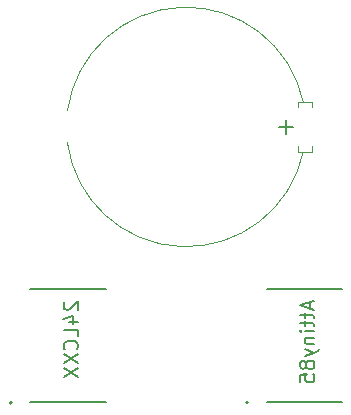
<source format=gbr>
%TF.GenerationSoftware,KiCad,Pcbnew,8.0.2-8.0.2-0~ubuntu22.04.1*%
%TF.CreationDate,2024-05-02T20:41:03+02:00*%
%TF.ProjectId,Schimpfolino_EEPROM,53636869-6d70-4666-9f6c-696e6f5f4545,rev?*%
%TF.SameCoordinates,Original*%
%TF.FileFunction,Legend,Bot*%
%TF.FilePolarity,Positive*%
%FSLAX46Y46*%
G04 Gerber Fmt 4.6, Leading zero omitted, Abs format (unit mm)*
G04 Created by KiCad (PCBNEW 8.0.2-8.0.2-0~ubuntu22.04.1) date 2024-05-02 20:41:03*
%MOMM*%
%LPD*%
G01*
G04 APERTURE LIST*
%ADD10C,0.150000*%
%ADD11C,0.120000*%
%ADD12C,0.127000*%
%ADD13C,0.200000*%
G04 APERTURE END LIST*
D10*
X126502485Y-81327255D02*
X126502485Y-81898684D01*
X126845342Y-81212969D02*
X125645342Y-81612969D01*
X125645342Y-81612969D02*
X126845342Y-82012969D01*
X126045342Y-82241540D02*
X126045342Y-82698683D01*
X125645342Y-82412969D02*
X126673914Y-82412969D01*
X126673914Y-82412969D02*
X126788200Y-82470112D01*
X126788200Y-82470112D02*
X126845342Y-82584397D01*
X126845342Y-82584397D02*
X126845342Y-82698683D01*
X126045342Y-82927254D02*
X126045342Y-83384397D01*
X125645342Y-83098683D02*
X126673914Y-83098683D01*
X126673914Y-83098683D02*
X126788200Y-83155826D01*
X126788200Y-83155826D02*
X126845342Y-83270111D01*
X126845342Y-83270111D02*
X126845342Y-83384397D01*
X126845342Y-83784397D02*
X126045342Y-83784397D01*
X125645342Y-83784397D02*
X125702485Y-83727254D01*
X125702485Y-83727254D02*
X125759628Y-83784397D01*
X125759628Y-83784397D02*
X125702485Y-83841540D01*
X125702485Y-83841540D02*
X125645342Y-83784397D01*
X125645342Y-83784397D02*
X125759628Y-83784397D01*
X126045342Y-84355826D02*
X126845342Y-84355826D01*
X126159628Y-84355826D02*
X126102485Y-84412969D01*
X126102485Y-84412969D02*
X126045342Y-84527254D01*
X126045342Y-84527254D02*
X126045342Y-84698683D01*
X126045342Y-84698683D02*
X126102485Y-84812969D01*
X126102485Y-84812969D02*
X126216771Y-84870112D01*
X126216771Y-84870112D02*
X126845342Y-84870112D01*
X126045342Y-85327254D02*
X126845342Y-85612968D01*
X126045342Y-85898683D02*
X126845342Y-85612968D01*
X126845342Y-85612968D02*
X127131057Y-85498683D01*
X127131057Y-85498683D02*
X127188200Y-85441540D01*
X127188200Y-85441540D02*
X127245342Y-85327254D01*
X126159628Y-86527254D02*
X126102485Y-86412969D01*
X126102485Y-86412969D02*
X126045342Y-86355826D01*
X126045342Y-86355826D02*
X125931057Y-86298683D01*
X125931057Y-86298683D02*
X125873914Y-86298683D01*
X125873914Y-86298683D02*
X125759628Y-86355826D01*
X125759628Y-86355826D02*
X125702485Y-86412969D01*
X125702485Y-86412969D02*
X125645342Y-86527254D01*
X125645342Y-86527254D02*
X125645342Y-86755826D01*
X125645342Y-86755826D02*
X125702485Y-86870112D01*
X125702485Y-86870112D02*
X125759628Y-86927254D01*
X125759628Y-86927254D02*
X125873914Y-86984397D01*
X125873914Y-86984397D02*
X125931057Y-86984397D01*
X125931057Y-86984397D02*
X126045342Y-86927254D01*
X126045342Y-86927254D02*
X126102485Y-86870112D01*
X126102485Y-86870112D02*
X126159628Y-86755826D01*
X126159628Y-86755826D02*
X126159628Y-86527254D01*
X126159628Y-86527254D02*
X126216771Y-86412969D01*
X126216771Y-86412969D02*
X126273914Y-86355826D01*
X126273914Y-86355826D02*
X126388200Y-86298683D01*
X126388200Y-86298683D02*
X126616771Y-86298683D01*
X126616771Y-86298683D02*
X126731057Y-86355826D01*
X126731057Y-86355826D02*
X126788200Y-86412969D01*
X126788200Y-86412969D02*
X126845342Y-86527254D01*
X126845342Y-86527254D02*
X126845342Y-86755826D01*
X126845342Y-86755826D02*
X126788200Y-86870112D01*
X126788200Y-86870112D02*
X126731057Y-86927254D01*
X126731057Y-86927254D02*
X126616771Y-86984397D01*
X126616771Y-86984397D02*
X126388200Y-86984397D01*
X126388200Y-86984397D02*
X126273914Y-86927254D01*
X126273914Y-86927254D02*
X126216771Y-86870112D01*
X126216771Y-86870112D02*
X126159628Y-86755826D01*
X125645342Y-88070111D02*
X125645342Y-87498683D01*
X125645342Y-87498683D02*
X126216771Y-87441540D01*
X126216771Y-87441540D02*
X126159628Y-87498683D01*
X126159628Y-87498683D02*
X126102485Y-87612969D01*
X126102485Y-87612969D02*
X126102485Y-87898683D01*
X126102485Y-87898683D02*
X126159628Y-88012969D01*
X126159628Y-88012969D02*
X126216771Y-88070111D01*
X126216771Y-88070111D02*
X126331057Y-88127254D01*
X126331057Y-88127254D02*
X126616771Y-88127254D01*
X126616771Y-88127254D02*
X126731057Y-88070111D01*
X126731057Y-88070111D02*
X126788200Y-88012969D01*
X126788200Y-88012969D02*
X126845342Y-87898683D01*
X126845342Y-87898683D02*
X126845342Y-87612969D01*
X126845342Y-87612969D02*
X126788200Y-87498683D01*
X126788200Y-87498683D02*
X126731057Y-87441540D01*
X105759628Y-81327255D02*
X105702485Y-81384398D01*
X105702485Y-81384398D02*
X105645342Y-81498684D01*
X105645342Y-81498684D02*
X105645342Y-81784398D01*
X105645342Y-81784398D02*
X105702485Y-81898684D01*
X105702485Y-81898684D02*
X105759628Y-81955826D01*
X105759628Y-81955826D02*
X105873914Y-82012969D01*
X105873914Y-82012969D02*
X105988200Y-82012969D01*
X105988200Y-82012969D02*
X106159628Y-81955826D01*
X106159628Y-81955826D02*
X106845342Y-81270112D01*
X106845342Y-81270112D02*
X106845342Y-82012969D01*
X106045342Y-83041541D02*
X106845342Y-83041541D01*
X105588200Y-82755826D02*
X106445342Y-82470112D01*
X106445342Y-82470112D02*
X106445342Y-83212969D01*
X106845342Y-84241540D02*
X106845342Y-83670112D01*
X106845342Y-83670112D02*
X105645342Y-83670112D01*
X106731057Y-85327255D02*
X106788200Y-85270112D01*
X106788200Y-85270112D02*
X106845342Y-85098684D01*
X106845342Y-85098684D02*
X106845342Y-84984398D01*
X106845342Y-84984398D02*
X106788200Y-84812969D01*
X106788200Y-84812969D02*
X106673914Y-84698684D01*
X106673914Y-84698684D02*
X106559628Y-84641541D01*
X106559628Y-84641541D02*
X106331057Y-84584398D01*
X106331057Y-84584398D02*
X106159628Y-84584398D01*
X106159628Y-84584398D02*
X105931057Y-84641541D01*
X105931057Y-84641541D02*
X105816771Y-84698684D01*
X105816771Y-84698684D02*
X105702485Y-84812969D01*
X105702485Y-84812969D02*
X105645342Y-84984398D01*
X105645342Y-84984398D02*
X105645342Y-85098684D01*
X105645342Y-85098684D02*
X105702485Y-85270112D01*
X105702485Y-85270112D02*
X105759628Y-85327255D01*
X105645342Y-85727255D02*
X106845342Y-86527255D01*
X105645342Y-86527255D02*
X106845342Y-85727255D01*
X105645342Y-86870112D02*
X106845342Y-87670112D01*
X105645342Y-87670112D02*
X106845342Y-86870112D01*
X125039428Y-66487579D02*
X123896571Y-66487579D01*
X124467999Y-67059007D02*
X124467999Y-65916150D01*
D11*
%TO.C,BT1*%
X125500000Y-64349879D02*
X126650000Y-64349879D01*
X125500000Y-64849879D02*
X125500000Y-64349879D01*
X125500000Y-68149879D02*
X125500000Y-68649879D01*
X125500000Y-68649879D02*
X126650000Y-68649879D01*
X126650000Y-64849879D02*
X126650000Y-64349879D01*
X126650000Y-68149879D02*
X126650000Y-68649879D01*
X105950000Y-65149879D02*
G75*
G02*
X125910000Y-64349879I10050242J-1352544D01*
G01*
X125910000Y-68649879D02*
G75*
G02*
X105950000Y-67849879I-9909758J2152544D01*
G01*
D12*
%TO.C,U2*%
X102820000Y-80200000D02*
X109180000Y-80200000D01*
X109180000Y-89800000D02*
X102820000Y-89800000D01*
D13*
X101250000Y-89850000D02*
G75*
G02*
X101050000Y-89850000I-100000J0D01*
G01*
X101050000Y-89850000D02*
G75*
G02*
X101250000Y-89850000I100000J0D01*
G01*
D12*
%TO.C,U1*%
X122820000Y-80200000D02*
X129180000Y-80200000D01*
X129180000Y-89800000D02*
X122820000Y-89800000D01*
D13*
X121250000Y-89850000D02*
G75*
G02*
X121050000Y-89850000I-100000J0D01*
G01*
X121050000Y-89850000D02*
G75*
G02*
X121250000Y-89850000I100000J0D01*
G01*
%TD*%
M02*

</source>
